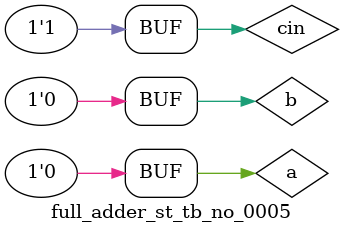
<source format=v>
`timescale 1ns / 1ps


module full_adder_st_tb_no_0005();
reg a, b, cin;
wire s, c;

full_adder_st_no_0005 dut(.a(a), .b(b), .c(c), .s(s), .cin(cin));

initial begin
    a = 0;
    b = 0;
    cin = 0;
    #100;
    a = 1;
    b = 1;
    cin = 0;
    #100;
    a = 1;
    b = 1;
    cin = 1;
    #100;
    a = 0;
    b = 0;
    cin = 1;
    #100;

end
endmodule

</source>
